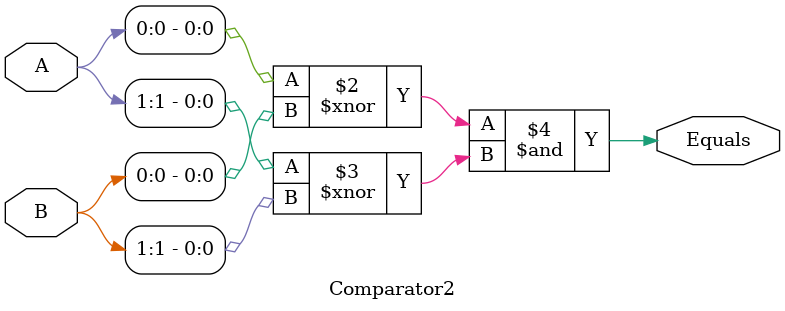
<source format=v>
                                    		
module Comparator2(
   input [1:0] A, B,
   output reg Equals);      		                  	          	

    //reg Equals;
    always @(A , B)
        Equals <= (A[0] ~^ B[0]) & (A[1] ~^ B[1]) ;
endmodule // Comparator2 
    
</source>
